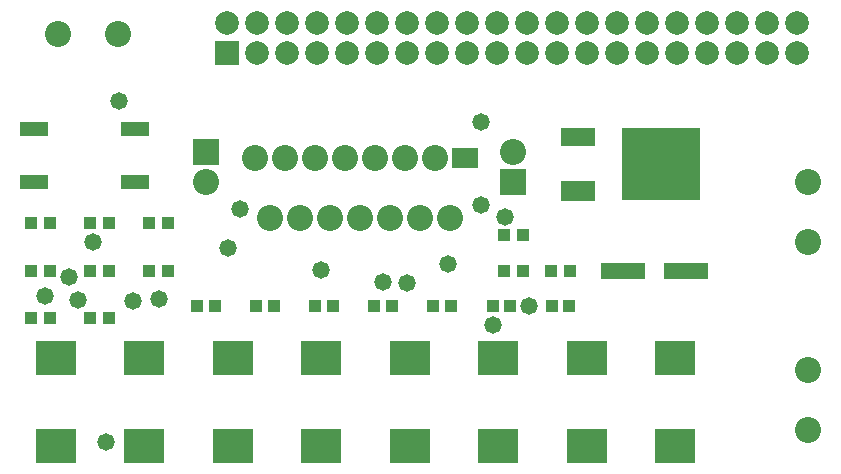
<source format=gts>
G04*
G04 #@! TF.GenerationSoftware,Altium Limited,Altium Designer,21.0.9 (235)*
G04*
G04 Layer_Color=8388736*
%FSLAX25Y25*%
%MOIN*%
G70*
G04*
G04 #@! TF.SameCoordinates,074C7CE2-B8ED-49E8-8598-2E4F6B166CDE*
G04*
G04*
G04 #@! TF.FilePolarity,Negative*
G04*
G01*
G75*
%ADD27R,0.13792X0.11430*%
%ADD28R,0.03950X0.03950*%
%ADD29R,0.03950X0.03950*%
%ADD30R,0.11824X0.06706*%
%ADD31R,0.11824X0.06115*%
%ADD32R,0.26391X0.24422*%
%ADD33R,0.14580X0.05524*%
%ADD34R,0.09461X0.04658*%
%ADD35C,0.08674*%
%ADD36R,0.08674X0.08674*%
%ADD37R,0.07887X0.07887*%
%ADD38C,0.07887*%
%ADD39R,0.08674X0.07099*%
%ADD40C,0.05800*%
D27*
X416177Y292067D02*
D03*
Y321093D02*
D03*
X386677Y292067D02*
D03*
Y321093D02*
D03*
X357177Y292067D02*
D03*
Y321093D02*
D03*
X327677Y292067D02*
D03*
Y321093D02*
D03*
X298177Y292067D02*
D03*
Y321093D02*
D03*
X268677Y292067D02*
D03*
Y321093D02*
D03*
X239177Y292067D02*
D03*
Y321093D02*
D03*
X209677Y292067D02*
D03*
Y321093D02*
D03*
D28*
X321850Y338583D02*
D03*
X315945D02*
D03*
X374803Y350394D02*
D03*
X381102D02*
D03*
X365354Y362205D02*
D03*
X359055D02*
D03*
Y350394D02*
D03*
X365354D02*
D03*
X380906Y338583D02*
D03*
X375000D02*
D03*
X361220D02*
D03*
X355315D02*
D03*
X335630D02*
D03*
X341535D02*
D03*
X302165D02*
D03*
X296260D02*
D03*
X282480D02*
D03*
X276575D02*
D03*
X256890D02*
D03*
X262795D02*
D03*
D29*
X240947Y366128D02*
D03*
X247242Y366156D02*
D03*
X240947Y350380D02*
D03*
X247242Y350408D02*
D03*
X221262Y350380D02*
D03*
X227557Y350408D02*
D03*
X221262Y334632D02*
D03*
X227557Y334660D02*
D03*
X201577Y334632D02*
D03*
X207872Y334660D02*
D03*
X221262Y366128D02*
D03*
X227557Y366156D02*
D03*
X201577Y350380D02*
D03*
X207872Y350408D02*
D03*
X201577Y366128D02*
D03*
X207872Y366156D02*
D03*
D30*
X383957Y376811D02*
D03*
D31*
X383957Y394843D02*
D03*
D32*
X411319Y385758D02*
D03*
D33*
X398937Y350394D02*
D03*
X419961D02*
D03*
D34*
X236220Y379921D02*
D03*
Y397638D02*
D03*
X202559Y379921D02*
D03*
Y397638D02*
D03*
D35*
X259843Y379764D02*
D03*
X230472Y429134D02*
D03*
X210472D02*
D03*
X460630Y297087D02*
D03*
Y317087D02*
D03*
Y360079D02*
D03*
Y380079D02*
D03*
X362205Y389764D02*
D03*
X341024Y367953D02*
D03*
X336024Y387953D02*
D03*
X331024Y367953D02*
D03*
X326024Y387953D02*
D03*
X321024Y367953D02*
D03*
X316024Y387953D02*
D03*
X311024Y367953D02*
D03*
X306024Y387953D02*
D03*
X301024Y367953D02*
D03*
X296024Y387953D02*
D03*
X291024Y367953D02*
D03*
X286024Y387953D02*
D03*
X281024Y367953D02*
D03*
X276024Y387953D02*
D03*
D36*
X259843Y389764D02*
D03*
X362205Y379764D02*
D03*
D37*
X266772Y423071D02*
D03*
D38*
Y433071D02*
D03*
X276772Y423071D02*
D03*
Y433071D02*
D03*
X286772Y423071D02*
D03*
Y433071D02*
D03*
X296772Y423071D02*
D03*
Y433071D02*
D03*
X306772Y423071D02*
D03*
Y433071D02*
D03*
X316772Y423071D02*
D03*
Y433071D02*
D03*
X326772Y423071D02*
D03*
Y433071D02*
D03*
X336772Y423071D02*
D03*
Y433071D02*
D03*
X346772Y423071D02*
D03*
Y433071D02*
D03*
X356772Y423071D02*
D03*
Y433071D02*
D03*
X366772Y423071D02*
D03*
Y433071D02*
D03*
X376772Y423071D02*
D03*
Y433071D02*
D03*
X386772Y423071D02*
D03*
Y433071D02*
D03*
X396772Y423071D02*
D03*
Y433071D02*
D03*
X406772Y423071D02*
D03*
Y433071D02*
D03*
X416772Y423071D02*
D03*
Y433071D02*
D03*
X426772Y423071D02*
D03*
Y433071D02*
D03*
X436772Y423071D02*
D03*
Y433071D02*
D03*
X446772Y423071D02*
D03*
Y433071D02*
D03*
X456772Y423071D02*
D03*
Y433071D02*
D03*
D39*
X346024Y387953D02*
D03*
D40*
X226378Y293307D02*
D03*
X359351Y368256D02*
D03*
X326772Y346394D02*
D03*
X318898Y346457D02*
D03*
X367451Y338520D02*
D03*
X351351Y372256D02*
D03*
X298151Y350456D02*
D03*
X351461Y399960D02*
D03*
X244151Y340756D02*
D03*
X340551Y352656D02*
D03*
X222151Y360056D02*
D03*
X271251Y370956D02*
D03*
X267151Y358056D02*
D03*
X217151Y340556D02*
D03*
X230651Y406756D02*
D03*
X214151Y348156D02*
D03*
X206151Y341956D02*
D03*
X355315Y332156D02*
D03*
X235501Y340106D02*
D03*
M02*

</source>
